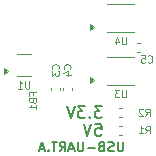
<source format=gbr>
%TF.GenerationSoftware,KiCad,Pcbnew,9.0.2-9.0.2-0~ubuntu24.04.1*%
%TF.CreationDate,2025-05-22T23:02:18+02:00*%
%TF.ProjectId,USB-UART,5553422d-5541-4525-942e-6b696361645f,rev?*%
%TF.SameCoordinates,Original*%
%TF.FileFunction,Legend,Bot*%
%TF.FilePolarity,Positive*%
%FSLAX46Y46*%
G04 Gerber Fmt 4.6, Leading zero omitted, Abs format (unit mm)*
G04 Created by KiCad (PCBNEW 9.0.2-9.0.2-0~ubuntu24.04.1) date 2025-05-22 23:02:18*
%MOMM*%
%LPD*%
G01*
G04 APERTURE LIST*
%ADD10C,0.200000*%
%ADD11C,0.150000*%
%ADD12C,0.125000*%
%ADD13C,0.120000*%
G04 APERTURE END LIST*
D10*
X141354136Y-99952219D02*
X141830326Y-99952219D01*
X141830326Y-99952219D02*
X141877945Y-100428409D01*
X141877945Y-100428409D02*
X141830326Y-100380790D01*
X141830326Y-100380790D02*
X141735088Y-100333171D01*
X141735088Y-100333171D02*
X141496993Y-100333171D01*
X141496993Y-100333171D02*
X141401755Y-100380790D01*
X141401755Y-100380790D02*
X141354136Y-100428409D01*
X141354136Y-100428409D02*
X141306517Y-100523647D01*
X141306517Y-100523647D02*
X141306517Y-100761742D01*
X141306517Y-100761742D02*
X141354136Y-100856980D01*
X141354136Y-100856980D02*
X141401755Y-100904600D01*
X141401755Y-100904600D02*
X141496993Y-100952219D01*
X141496993Y-100952219D02*
X141735088Y-100952219D01*
X141735088Y-100952219D02*
X141830326Y-100904600D01*
X141830326Y-100904600D02*
X141877945Y-100856980D01*
X141020802Y-99952219D02*
X140687469Y-100952219D01*
X140687469Y-100952219D02*
X140354136Y-99952219D01*
X141925564Y-98452219D02*
X141306517Y-98452219D01*
X141306517Y-98452219D02*
X141639850Y-98833171D01*
X141639850Y-98833171D02*
X141496993Y-98833171D01*
X141496993Y-98833171D02*
X141401755Y-98880790D01*
X141401755Y-98880790D02*
X141354136Y-98928409D01*
X141354136Y-98928409D02*
X141306517Y-99023647D01*
X141306517Y-99023647D02*
X141306517Y-99261742D01*
X141306517Y-99261742D02*
X141354136Y-99356980D01*
X141354136Y-99356980D02*
X141401755Y-99404600D01*
X141401755Y-99404600D02*
X141496993Y-99452219D01*
X141496993Y-99452219D02*
X141782707Y-99452219D01*
X141782707Y-99452219D02*
X141877945Y-99404600D01*
X141877945Y-99404600D02*
X141925564Y-99356980D01*
X140877945Y-99356980D02*
X140830326Y-99404600D01*
X140830326Y-99404600D02*
X140877945Y-99452219D01*
X140877945Y-99452219D02*
X140925564Y-99404600D01*
X140925564Y-99404600D02*
X140877945Y-99356980D01*
X140877945Y-99356980D02*
X140877945Y-99452219D01*
X140496993Y-98452219D02*
X139877946Y-98452219D01*
X139877946Y-98452219D02*
X140211279Y-98833171D01*
X140211279Y-98833171D02*
X140068422Y-98833171D01*
X140068422Y-98833171D02*
X139973184Y-98880790D01*
X139973184Y-98880790D02*
X139925565Y-98928409D01*
X139925565Y-98928409D02*
X139877946Y-99023647D01*
X139877946Y-99023647D02*
X139877946Y-99261742D01*
X139877946Y-99261742D02*
X139925565Y-99356980D01*
X139925565Y-99356980D02*
X139973184Y-99404600D01*
X139973184Y-99404600D02*
X140068422Y-99452219D01*
X140068422Y-99452219D02*
X140354136Y-99452219D01*
X140354136Y-99452219D02*
X140449374Y-99404600D01*
X140449374Y-99404600D02*
X140496993Y-99356980D01*
X139592231Y-98452219D02*
X139258898Y-99452219D01*
X139258898Y-99452219D02*
X138925565Y-98452219D01*
D11*
X143710839Y-101494295D02*
X143710839Y-102141914D01*
X143710839Y-102141914D02*
X143672744Y-102218104D01*
X143672744Y-102218104D02*
X143634649Y-102256200D01*
X143634649Y-102256200D02*
X143558458Y-102294295D01*
X143558458Y-102294295D02*
X143406077Y-102294295D01*
X143406077Y-102294295D02*
X143329887Y-102256200D01*
X143329887Y-102256200D02*
X143291792Y-102218104D01*
X143291792Y-102218104D02*
X143253696Y-102141914D01*
X143253696Y-102141914D02*
X143253696Y-101494295D01*
X142910840Y-102256200D02*
X142796554Y-102294295D01*
X142796554Y-102294295D02*
X142606078Y-102294295D01*
X142606078Y-102294295D02*
X142529887Y-102256200D01*
X142529887Y-102256200D02*
X142491792Y-102218104D01*
X142491792Y-102218104D02*
X142453697Y-102141914D01*
X142453697Y-102141914D02*
X142453697Y-102065723D01*
X142453697Y-102065723D02*
X142491792Y-101989533D01*
X142491792Y-101989533D02*
X142529887Y-101951438D01*
X142529887Y-101951438D02*
X142606078Y-101913342D01*
X142606078Y-101913342D02*
X142758459Y-101875247D01*
X142758459Y-101875247D02*
X142834649Y-101837152D01*
X142834649Y-101837152D02*
X142872744Y-101799057D01*
X142872744Y-101799057D02*
X142910840Y-101722866D01*
X142910840Y-101722866D02*
X142910840Y-101646676D01*
X142910840Y-101646676D02*
X142872744Y-101570485D01*
X142872744Y-101570485D02*
X142834649Y-101532390D01*
X142834649Y-101532390D02*
X142758459Y-101494295D01*
X142758459Y-101494295D02*
X142567982Y-101494295D01*
X142567982Y-101494295D02*
X142453697Y-101532390D01*
X141844173Y-101875247D02*
X141729887Y-101913342D01*
X141729887Y-101913342D02*
X141691792Y-101951438D01*
X141691792Y-101951438D02*
X141653696Y-102027628D01*
X141653696Y-102027628D02*
X141653696Y-102141914D01*
X141653696Y-102141914D02*
X141691792Y-102218104D01*
X141691792Y-102218104D02*
X141729887Y-102256200D01*
X141729887Y-102256200D02*
X141806077Y-102294295D01*
X141806077Y-102294295D02*
X142110839Y-102294295D01*
X142110839Y-102294295D02*
X142110839Y-101494295D01*
X142110839Y-101494295D02*
X141844173Y-101494295D01*
X141844173Y-101494295D02*
X141767982Y-101532390D01*
X141767982Y-101532390D02*
X141729887Y-101570485D01*
X141729887Y-101570485D02*
X141691792Y-101646676D01*
X141691792Y-101646676D02*
X141691792Y-101722866D01*
X141691792Y-101722866D02*
X141729887Y-101799057D01*
X141729887Y-101799057D02*
X141767982Y-101837152D01*
X141767982Y-101837152D02*
X141844173Y-101875247D01*
X141844173Y-101875247D02*
X142110839Y-101875247D01*
X141310839Y-101989533D02*
X140701316Y-101989533D01*
X140320363Y-101494295D02*
X140320363Y-102141914D01*
X140320363Y-102141914D02*
X140282268Y-102218104D01*
X140282268Y-102218104D02*
X140244173Y-102256200D01*
X140244173Y-102256200D02*
X140167982Y-102294295D01*
X140167982Y-102294295D02*
X140015601Y-102294295D01*
X140015601Y-102294295D02*
X139939411Y-102256200D01*
X139939411Y-102256200D02*
X139901316Y-102218104D01*
X139901316Y-102218104D02*
X139863220Y-102141914D01*
X139863220Y-102141914D02*
X139863220Y-101494295D01*
X139520364Y-102065723D02*
X139139411Y-102065723D01*
X139596554Y-102294295D02*
X139329887Y-101494295D01*
X139329887Y-101494295D02*
X139063221Y-102294295D01*
X138339411Y-102294295D02*
X138606078Y-101913342D01*
X138796554Y-102294295D02*
X138796554Y-101494295D01*
X138796554Y-101494295D02*
X138491792Y-101494295D01*
X138491792Y-101494295D02*
X138415602Y-101532390D01*
X138415602Y-101532390D02*
X138377507Y-101570485D01*
X138377507Y-101570485D02*
X138339411Y-101646676D01*
X138339411Y-101646676D02*
X138339411Y-101760961D01*
X138339411Y-101760961D02*
X138377507Y-101837152D01*
X138377507Y-101837152D02*
X138415602Y-101875247D01*
X138415602Y-101875247D02*
X138491792Y-101913342D01*
X138491792Y-101913342D02*
X138796554Y-101913342D01*
X138110840Y-101494295D02*
X137653697Y-101494295D01*
X137882269Y-102294295D02*
X137882269Y-101494295D01*
X137387030Y-102218104D02*
X137348935Y-102256200D01*
X137348935Y-102256200D02*
X137387030Y-102294295D01*
X137387030Y-102294295D02*
X137425126Y-102256200D01*
X137425126Y-102256200D02*
X137387030Y-102218104D01*
X137387030Y-102218104D02*
X137387030Y-102294295D01*
X137044174Y-102065723D02*
X136663221Y-102065723D01*
X137120364Y-102294295D02*
X136853697Y-101494295D01*
X136853697Y-101494295D02*
X136587031Y-102294295D01*
D12*
X145599999Y-99271071D02*
X145799999Y-98985357D01*
X145942856Y-99271071D02*
X145942856Y-98671071D01*
X145942856Y-98671071D02*
X145714285Y-98671071D01*
X145714285Y-98671071D02*
X145657142Y-98699642D01*
X145657142Y-98699642D02*
X145628571Y-98728214D01*
X145628571Y-98728214D02*
X145599999Y-98785357D01*
X145599999Y-98785357D02*
X145599999Y-98871071D01*
X145599999Y-98871071D02*
X145628571Y-98928214D01*
X145628571Y-98928214D02*
X145657142Y-98956785D01*
X145657142Y-98956785D02*
X145714285Y-98985357D01*
X145714285Y-98985357D02*
X145942856Y-98985357D01*
X145371428Y-98728214D02*
X145342856Y-98699642D01*
X145342856Y-98699642D02*
X145285714Y-98671071D01*
X145285714Y-98671071D02*
X145142856Y-98671071D01*
X145142856Y-98671071D02*
X145085714Y-98699642D01*
X145085714Y-98699642D02*
X145057142Y-98728214D01*
X145057142Y-98728214D02*
X145028571Y-98785357D01*
X145028571Y-98785357D02*
X145028571Y-98842500D01*
X145028571Y-98842500D02*
X145057142Y-98928214D01*
X145057142Y-98928214D02*
X145399999Y-99271071D01*
X145399999Y-99271071D02*
X145028571Y-99271071D01*
X145599999Y-100771071D02*
X145799999Y-100485357D01*
X145942856Y-100771071D02*
X145942856Y-100171071D01*
X145942856Y-100171071D02*
X145714285Y-100171071D01*
X145714285Y-100171071D02*
X145657142Y-100199642D01*
X145657142Y-100199642D02*
X145628571Y-100228214D01*
X145628571Y-100228214D02*
X145599999Y-100285357D01*
X145599999Y-100285357D02*
X145599999Y-100371071D01*
X145599999Y-100371071D02*
X145628571Y-100428214D01*
X145628571Y-100428214D02*
X145657142Y-100456785D01*
X145657142Y-100456785D02*
X145714285Y-100485357D01*
X145714285Y-100485357D02*
X145942856Y-100485357D01*
X145028571Y-100771071D02*
X145371428Y-100771071D01*
X145199999Y-100771071D02*
X145199999Y-100171071D01*
X145199999Y-100171071D02*
X145257142Y-100256785D01*
X145257142Y-100256785D02*
X145314285Y-100313928D01*
X145314285Y-100313928D02*
X145371428Y-100342500D01*
X143957142Y-97121071D02*
X143957142Y-97606785D01*
X143957142Y-97606785D02*
X143928571Y-97663928D01*
X143928571Y-97663928D02*
X143900000Y-97692500D01*
X143900000Y-97692500D02*
X143842857Y-97721071D01*
X143842857Y-97721071D02*
X143728571Y-97721071D01*
X143728571Y-97721071D02*
X143671428Y-97692500D01*
X143671428Y-97692500D02*
X143642857Y-97663928D01*
X143642857Y-97663928D02*
X143614285Y-97606785D01*
X143614285Y-97606785D02*
X143614285Y-97121071D01*
X143385714Y-97121071D02*
X143014286Y-97121071D01*
X143014286Y-97121071D02*
X143214286Y-97349642D01*
X143214286Y-97349642D02*
X143128571Y-97349642D01*
X143128571Y-97349642D02*
X143071429Y-97378214D01*
X143071429Y-97378214D02*
X143042857Y-97406785D01*
X143042857Y-97406785D02*
X143014286Y-97463928D01*
X143014286Y-97463928D02*
X143014286Y-97606785D01*
X143014286Y-97606785D02*
X143042857Y-97663928D01*
X143042857Y-97663928D02*
X143071429Y-97692500D01*
X143071429Y-97692500D02*
X143128571Y-97721071D01*
X143128571Y-97721071D02*
X143300000Y-97721071D01*
X143300000Y-97721071D02*
X143357143Y-97692500D01*
X143357143Y-97692500D02*
X143385714Y-97663928D01*
X143957142Y-92621071D02*
X143957142Y-93106785D01*
X143957142Y-93106785D02*
X143928571Y-93163928D01*
X143928571Y-93163928D02*
X143900000Y-93192500D01*
X143900000Y-93192500D02*
X143842857Y-93221071D01*
X143842857Y-93221071D02*
X143728571Y-93221071D01*
X143728571Y-93221071D02*
X143671428Y-93192500D01*
X143671428Y-93192500D02*
X143642857Y-93163928D01*
X143642857Y-93163928D02*
X143614285Y-93106785D01*
X143614285Y-93106785D02*
X143614285Y-92621071D01*
X143071429Y-92821071D02*
X143071429Y-93221071D01*
X143214286Y-92592500D02*
X143357143Y-93021071D01*
X143357143Y-93021071D02*
X142985714Y-93021071D01*
X135757142Y-96371071D02*
X135757142Y-96856785D01*
X135757142Y-96856785D02*
X135728571Y-96913928D01*
X135728571Y-96913928D02*
X135700000Y-96942500D01*
X135700000Y-96942500D02*
X135642857Y-96971071D01*
X135642857Y-96971071D02*
X135528571Y-96971071D01*
X135528571Y-96971071D02*
X135471428Y-96942500D01*
X135471428Y-96942500D02*
X135442857Y-96913928D01*
X135442857Y-96913928D02*
X135414285Y-96856785D01*
X135414285Y-96856785D02*
X135414285Y-96371071D01*
X134814286Y-96971071D02*
X135157143Y-96971071D01*
X134985714Y-96971071D02*
X134985714Y-96371071D01*
X134985714Y-96371071D02*
X135042857Y-96456785D01*
X135042857Y-96456785D02*
X135100000Y-96513928D01*
X135100000Y-96513928D02*
X135157143Y-96542500D01*
X136056785Y-97500000D02*
X136056785Y-97300000D01*
X136371071Y-97300000D02*
X135771071Y-97300000D01*
X135771071Y-97300000D02*
X135771071Y-97585714D01*
X136056785Y-98014286D02*
X136085357Y-98100000D01*
X136085357Y-98100000D02*
X136113928Y-98128571D01*
X136113928Y-98128571D02*
X136171071Y-98157143D01*
X136171071Y-98157143D02*
X136256785Y-98157143D01*
X136256785Y-98157143D02*
X136313928Y-98128571D01*
X136313928Y-98128571D02*
X136342500Y-98100000D01*
X136342500Y-98100000D02*
X136371071Y-98042857D01*
X136371071Y-98042857D02*
X136371071Y-97814286D01*
X136371071Y-97814286D02*
X135771071Y-97814286D01*
X135771071Y-97814286D02*
X135771071Y-98014286D01*
X135771071Y-98014286D02*
X135799642Y-98071429D01*
X135799642Y-98071429D02*
X135828214Y-98100000D01*
X135828214Y-98100000D02*
X135885357Y-98128571D01*
X135885357Y-98128571D02*
X135942500Y-98128571D01*
X135942500Y-98128571D02*
X135999642Y-98100000D01*
X135999642Y-98100000D02*
X136028214Y-98071429D01*
X136028214Y-98071429D02*
X136056785Y-98014286D01*
X136056785Y-98014286D02*
X136056785Y-97814286D01*
X136371071Y-98728571D02*
X136371071Y-98385714D01*
X136371071Y-98557143D02*
X135771071Y-98557143D01*
X135771071Y-98557143D02*
X135856785Y-98500000D01*
X135856785Y-98500000D02*
X135913928Y-98442857D01*
X135913928Y-98442857D02*
X135942500Y-98385714D01*
X145799999Y-94713928D02*
X145828571Y-94742500D01*
X145828571Y-94742500D02*
X145914285Y-94771071D01*
X145914285Y-94771071D02*
X145971428Y-94771071D01*
X145971428Y-94771071D02*
X146057142Y-94742500D01*
X146057142Y-94742500D02*
X146114285Y-94685357D01*
X146114285Y-94685357D02*
X146142856Y-94628214D01*
X146142856Y-94628214D02*
X146171428Y-94513928D01*
X146171428Y-94513928D02*
X146171428Y-94428214D01*
X146171428Y-94428214D02*
X146142856Y-94313928D01*
X146142856Y-94313928D02*
X146114285Y-94256785D01*
X146114285Y-94256785D02*
X146057142Y-94199642D01*
X146057142Y-94199642D02*
X145971428Y-94171071D01*
X145971428Y-94171071D02*
X145914285Y-94171071D01*
X145914285Y-94171071D02*
X145828571Y-94199642D01*
X145828571Y-94199642D02*
X145799999Y-94228214D01*
X145257142Y-94171071D02*
X145542856Y-94171071D01*
X145542856Y-94171071D02*
X145571428Y-94456785D01*
X145571428Y-94456785D02*
X145542856Y-94428214D01*
X145542856Y-94428214D02*
X145485714Y-94399642D01*
X145485714Y-94399642D02*
X145342856Y-94399642D01*
X145342856Y-94399642D02*
X145285714Y-94428214D01*
X145285714Y-94428214D02*
X145257142Y-94456785D01*
X145257142Y-94456785D02*
X145228571Y-94513928D01*
X145228571Y-94513928D02*
X145228571Y-94656785D01*
X145228571Y-94656785D02*
X145257142Y-94713928D01*
X145257142Y-94713928D02*
X145285714Y-94742500D01*
X145285714Y-94742500D02*
X145342856Y-94771071D01*
X145342856Y-94771071D02*
X145485714Y-94771071D01*
X145485714Y-94771071D02*
X145542856Y-94742500D01*
X145542856Y-94742500D02*
X145571428Y-94713928D01*
X139213928Y-95300000D02*
X139242500Y-95271428D01*
X139242500Y-95271428D02*
X139271071Y-95185714D01*
X139271071Y-95185714D02*
X139271071Y-95128571D01*
X139271071Y-95128571D02*
X139242500Y-95042857D01*
X139242500Y-95042857D02*
X139185357Y-94985714D01*
X139185357Y-94985714D02*
X139128214Y-94957143D01*
X139128214Y-94957143D02*
X139013928Y-94928571D01*
X139013928Y-94928571D02*
X138928214Y-94928571D01*
X138928214Y-94928571D02*
X138813928Y-94957143D01*
X138813928Y-94957143D02*
X138756785Y-94985714D01*
X138756785Y-94985714D02*
X138699642Y-95042857D01*
X138699642Y-95042857D02*
X138671071Y-95128571D01*
X138671071Y-95128571D02*
X138671071Y-95185714D01*
X138671071Y-95185714D02*
X138699642Y-95271428D01*
X138699642Y-95271428D02*
X138728214Y-95300000D01*
X138871071Y-95814286D02*
X139271071Y-95814286D01*
X138642500Y-95671428D02*
X139071071Y-95528571D01*
X139071071Y-95528571D02*
X139071071Y-95900000D01*
X138213928Y-95300000D02*
X138242500Y-95271428D01*
X138242500Y-95271428D02*
X138271071Y-95185714D01*
X138271071Y-95185714D02*
X138271071Y-95128571D01*
X138271071Y-95128571D02*
X138242500Y-95042857D01*
X138242500Y-95042857D02*
X138185357Y-94985714D01*
X138185357Y-94985714D02*
X138128214Y-94957143D01*
X138128214Y-94957143D02*
X138013928Y-94928571D01*
X138013928Y-94928571D02*
X137928214Y-94928571D01*
X137928214Y-94928571D02*
X137813928Y-94957143D01*
X137813928Y-94957143D02*
X137756785Y-94985714D01*
X137756785Y-94985714D02*
X137699642Y-95042857D01*
X137699642Y-95042857D02*
X137671071Y-95128571D01*
X137671071Y-95128571D02*
X137671071Y-95185714D01*
X137671071Y-95185714D02*
X137699642Y-95271428D01*
X137699642Y-95271428D02*
X137728214Y-95300000D01*
X137671071Y-95500000D02*
X137671071Y-95871428D01*
X137671071Y-95871428D02*
X137899642Y-95671428D01*
X137899642Y-95671428D02*
X137899642Y-95757143D01*
X137899642Y-95757143D02*
X137928214Y-95814286D01*
X137928214Y-95814286D02*
X137956785Y-95842857D01*
X137956785Y-95842857D02*
X138013928Y-95871428D01*
X138013928Y-95871428D02*
X138156785Y-95871428D01*
X138156785Y-95871428D02*
X138213928Y-95842857D01*
X138213928Y-95842857D02*
X138242500Y-95814286D01*
X138242500Y-95814286D02*
X138271071Y-95757143D01*
X138271071Y-95757143D02*
X138271071Y-95585714D01*
X138271071Y-95585714D02*
X138242500Y-95528571D01*
X138242500Y-95528571D02*
X138213928Y-95500000D01*
D13*
%TO.C,R2*%
X143653641Y-98620000D02*
X143346359Y-98620000D01*
X143653641Y-99380000D02*
X143346359Y-99380000D01*
%TO.C,R1*%
X143653641Y-100120000D02*
X143346359Y-100120000D01*
X143653641Y-100880000D02*
X143346359Y-100880000D01*
%TO.C,U3*%
X141215000Y-96250000D02*
X140885000Y-96490000D01*
X140885000Y-96010000D01*
X141215000Y-96250000D01*
G36*
X141215000Y-96250000D02*
G01*
X140885000Y-96490000D01*
X140885000Y-96010000D01*
X141215000Y-96250000D01*
G37*
X143500000Y-94315000D02*
X144650000Y-94315000D01*
X143500000Y-94315000D02*
X142350000Y-94315000D01*
X143500000Y-96685000D02*
X144650000Y-96685000D01*
X143500000Y-96685000D02*
X142350000Y-96685000D01*
%TO.C,U4*%
X141215000Y-91750000D02*
X140885000Y-91990000D01*
X140885000Y-91510000D01*
X141215000Y-91750000D01*
G36*
X141215000Y-91750000D02*
G01*
X140885000Y-91990000D01*
X140885000Y-91510000D01*
X141215000Y-91750000D01*
G37*
X143500000Y-89815000D02*
X144650000Y-89815000D01*
X143500000Y-89815000D02*
X142350000Y-89815000D01*
X143500000Y-92185000D02*
X144650000Y-92185000D01*
X143500000Y-92185000D02*
X142350000Y-92185000D01*
%TO.C,U1*%
X135300000Y-94065000D02*
X134700000Y-94065000D01*
X135300000Y-94065000D02*
X135900000Y-94065000D01*
X135300000Y-95935000D02*
X134700000Y-95935000D01*
X135300000Y-95935000D02*
X135900000Y-95935000D01*
X133990000Y-95500000D02*
X133660000Y-95740000D01*
X133660000Y-95260000D01*
X133990000Y-95500000D01*
G36*
X133990000Y-95500000D02*
G01*
X133660000Y-95740000D01*
X133660000Y-95260000D01*
X133990000Y-95500000D01*
G37*
%TO.C,C5*%
X145107836Y-93140000D02*
X144892164Y-93140000D01*
X145107836Y-93860000D02*
X144892164Y-93860000D01*
%TO.C,C4*%
X138640000Y-96892164D02*
X138640000Y-97107836D01*
X139360000Y-96892164D02*
X139360000Y-97107836D01*
%TO.C,C3*%
X137640000Y-96892164D02*
X137640000Y-97107836D01*
X138360000Y-96892164D02*
X138360000Y-97107836D01*
%TD*%
M02*

</source>
